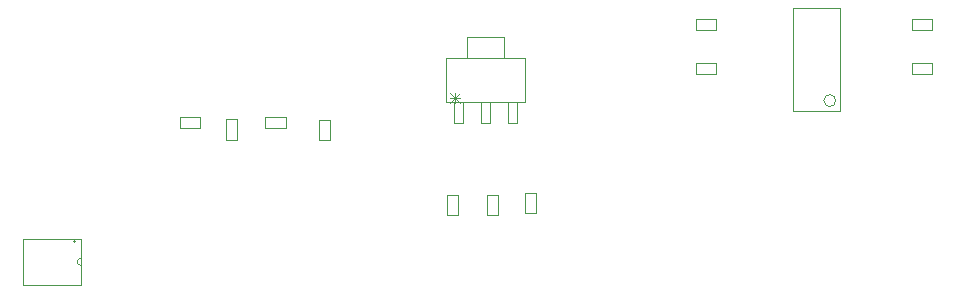
<source format=gbr>
%TF.GenerationSoftware,Altium Limited,Altium Designer,19.1.9 (167)*%
G04 Layer_Color=16711935*
%FSLAX26Y26*%
%MOIN*%
%TF.FileFunction,Other,Mechanical_13*%
%TF.Part,Single*%
G01*
G75*
%TA.AperFunction,NonConductor*%
%ADD44C,0.003937*%
%ADD50C,0.003000*%
%ADD62C,0.000000*%
%ADD63C,0.001000*%
D44*
X3197992Y1042205D02*
G03*
X3197992Y1042205I-19685J0D01*
G01*
X1476299Y911535D02*
X1513701D01*
X1476299Y978465D02*
X1513701D01*
X1476299Y911535D02*
Y978465D01*
X1513701Y911535D02*
Y978465D01*
X2161299Y666535D02*
Y733465D01*
X2198701Y666535D02*
Y733465D01*
X2161299Y666535D02*
X2198701D01*
X2161299Y733465D02*
X2198701D01*
X2036299Y728465D02*
X2073701D01*
X2036299Y661535D02*
X2073701D01*
Y728465D01*
X2036299Y661535D02*
Y728465D01*
X1938701Y661535D02*
Y728465D01*
X1901299Y661535D02*
Y728465D01*
X1938701D01*
X1901299Y661535D02*
X1938701D01*
X3518465Y1131299D02*
Y1168701D01*
X3451535Y1131299D02*
Y1168701D01*
Y1131299D02*
X3518465D01*
X3451535Y1168701D02*
X3518465D01*
X3451535Y1313701D02*
X3518465D01*
X3451535Y1276299D02*
X3518465D01*
X3451535D02*
Y1313701D01*
X3518465Y1276299D02*
Y1313701D01*
X2731535Y1276299D02*
Y1313701D01*
X2798465Y1276299D02*
Y1313701D01*
X2731535D02*
X2798465D01*
X2731535Y1276299D02*
X2798465D01*
X2731535Y1131299D02*
X2798465D01*
X2731535Y1168701D02*
X2798465D01*
Y1131299D02*
Y1168701D01*
X2731535Y1131299D02*
Y1168701D01*
X1078465Y951299D02*
Y988701D01*
X1011535Y951299D02*
Y988701D01*
Y951299D02*
X1078465D01*
X1011535Y988701D02*
X1078465D01*
X1166300Y979448D02*
X1203700D01*
X1166300Y910552D02*
X1203700D01*
Y979448D01*
X1166300Y910552D02*
Y979448D01*
X1295552Y988700D02*
X1364448D01*
X1295552Y951300D02*
X1364448D01*
X1295552D02*
Y988700D01*
X1364448Y951300D02*
Y988700D01*
X3213741Y1007757D02*
Y1352245D01*
X3056261Y1007757D02*
Y1352245D01*
Y1007757D02*
X3213741D01*
X3056261Y1352245D02*
X3213741D01*
D50*
X1911296Y1034500D02*
X1944618Y1067823D01*
Y1034500D02*
X1911296Y1067823D01*
X1927957Y1034500D02*
Y1067823D01*
X1944618Y1051161D02*
X1911296D01*
D62*
X663000Y572000D02*
G03*
X663000Y572000I-3000J0D01*
G01*
X681500Y517000D02*
G03*
X681500Y493000I0J-12000D01*
G01*
D63*
X1923949Y1037000D02*
X1954949D01*
X1923949Y966500D02*
Y1037000D01*
Y966500D02*
X1954949D01*
Y1037000D01*
X2014500D02*
X2045500D01*
X2014500Y966500D02*
Y1037000D01*
Y966500D02*
X2045500D01*
Y1037000D01*
X2105051D02*
X2136051D01*
X2105051Y966500D02*
Y1037000D01*
Y966500D02*
X2136051D01*
Y1037000D01*
X1969000Y1183000D02*
X2091000D01*
Y1253500D01*
X1969000D02*
X2091000D01*
X1969000Y1183000D02*
Y1253500D01*
X2162000Y1037000D02*
Y1183000D01*
X1898000D02*
X2162000D01*
X1898000Y1037000D02*
Y1183000D01*
Y1037000D02*
X2162000D01*
X488500Y428001D02*
Y582001D01*
Y428001D02*
X681500D01*
Y582001D01*
X488500D02*
X681500D01*
%TF.MD5,1160675c7bdb5e5b16575fc4f2cf73c3*%
M02*

</source>
